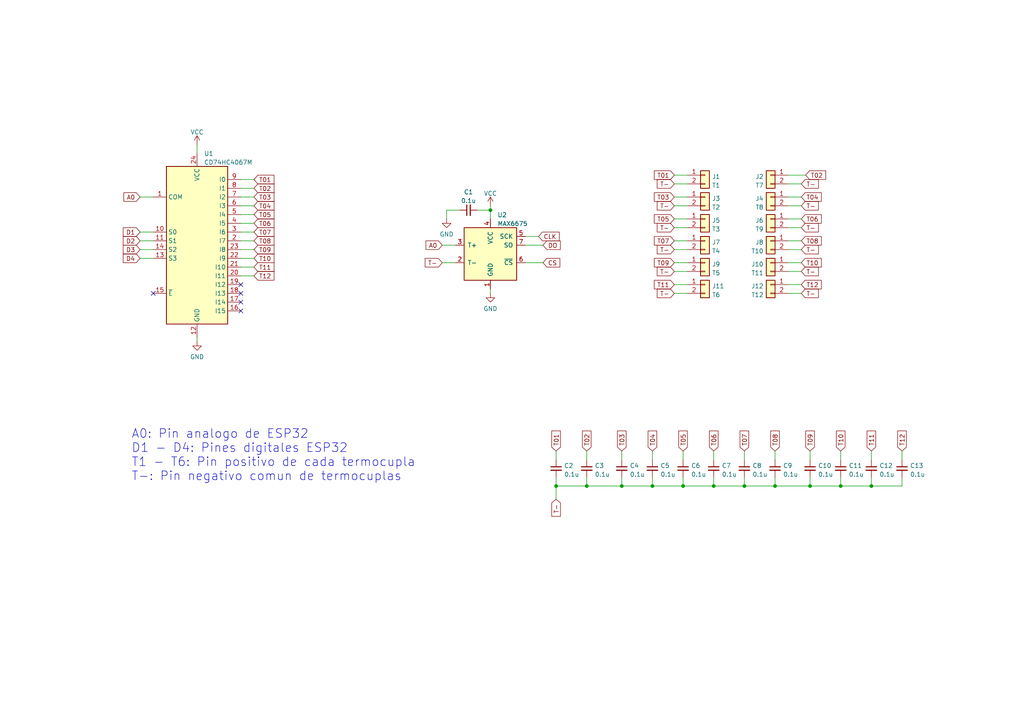
<source format=kicad_sch>
(kicad_sch (version 20211123) (generator eeschema)
  (paper "A4")
  (lib_symbols
    (symbol "74xx:CD74HC4067M"
      (property "Reference" "U" (at -8.89 22.86 0))
      (property "Value" "CD74HC4067M" (at 1.27 22.86 0))
      (symbol "CD74HC4067M_0_1"
        (rectangle (start -8.89 21.59) (end 8.89 -24.13) (stroke (width 0.254)) (fill (type background)))
      )
      (symbol "CD74HC4067M_1_1"
        (pin passive line (at -12.7 12.7 0) (length 3.81) (name "COM") (number "1"))
        (pin input line (at -12.7 2.54 0) (length 3.81) (name "S0") (number "10"))
        (pin input line (at -12.7 0 0) (length 3.81) (name "S1") (number "11"))
        (pin power_in line (at 0 -27.94 90) (length 3.81) (name "GND") (number "12"))
        (pin input line (at -12.7 -5.08 0) (length 3.81) (name "S3") (number "13"))
        (pin input line (at -12.7 -2.54 0) (length 3.81) (name "S2") (number "14"))
        (pin input line (at -12.7 -15.24 0) (length 3.81) (name "~{E}") (number "15"))
        (pin passive line (at 12.7 -20.32 180) (length 3.81) (name "I15") (number "16"))
        (pin passive line (at 12.7 -17.78 180) (length 3.81) (name "I14") (number "17"))
        (pin passive line (at 12.7 -15.24 180) (length 3.81) (name "I13") (number "18"))
        (pin passive line (at 12.7 -12.7 180) (length 3.81) (name "I12") (number "19"))
        (pin passive line (at 12.7 0 180) (length 3.81) (name "I7") (number "2"))
        (pin passive line (at 12.7 -10.16 180) (length 3.81) (name "I11") (number "20"))
        (pin passive line (at 12.7 -7.62 180) (length 3.81) (name "I10") (number "21"))
        (pin passive line (at 12.7 -5.08 180) (length 3.81) (name "I9") (number "22"))
        (pin passive line (at 12.7 -2.54 180) (length 3.81) (name "I8") (number "23"))
        (pin power_in line (at 0 25.4 270) (length 3.81) (name "VCC") (number "24"))
        (pin passive line (at 12.7 2.54 180) (length 3.81) (name "I6") (number "3"))
        (pin passive line (at 12.7 5.08 180) (length 3.81) (name "I5") (number "4"))
        (pin passive line (at 12.7 7.62 180) (length 3.81) (name "I4") (number "5"))
        (pin passive line (at 12.7 10.16 180) (length 3.81) (name "I3") (number "6"))
        (pin passive line (at 12.7 12.7 180) (length 3.81) (name "I2") (number "7"))
        (pin passive line (at 12.7 15.24 180) (length 3.81) (name "I1") (number "8"))
        (pin passive line (at 12.7 17.78 180) (length 3.81) (name "I0") (number "9"))
      )
    )
    (symbol "Connector_Generic:Conn_01x02" (pin_names (offset 1.016) hide)
      (property "Reference" "J" (at 0 2.54 0))
      (property "Value" "Conn_01x02" (at 0 -5.08 0))
      (symbol "Conn_01x02_1_1"
        (rectangle (start -1.27 -2.413) (end 0 -2.667) (stroke (width 0.1524)))
        (rectangle (start -1.27 0.127) (end 0 -0.127) (stroke (width 0.1524)))
        (rectangle (start -1.27 1.27) (end 1.27 -3.81) (stroke (width 0.254)) (fill (type background)))
        (pin passive line (at -5.08 0 0) (length 3.81) (name "Pin_1") (number "1"))
        (pin passive line (at -5.08 -2.54 0) (length 3.81) (name "Pin_2") (number "2"))
      )
    )
    (symbol "Device:C_Small" (pin_numbers hide) (pin_names (offset 0.254) hide)
      (property "Reference" "C" (at 0.254 1.778 0))
      (property "Value" "C_Small" (at 0.254 -2.032 0))
      (symbol "C_Small_0_1"
        (polyline (pts (xy -1.524 -0.508) (xy 1.524 -0.508)) (stroke (width 0.3302)))
        (polyline (pts (xy -1.524 0.508) (xy 1.524 0.508)) (stroke (width 0.3048)))
      )
      (symbol "C_Small_1_1"
        (pin passive line (at 0 2.54 270) (length 2.032) (name "~") (number "1"))
        (pin passive line (at 0 -2.54 90) (length 2.032) (name "~") (number "2"))
      )
    )
    (symbol "Termocupla:MAX6675" (pin_names (offset 1.016))
      (property "Reference" "U" (at -7.62 8.89 0))
      (property "Value" "MAX6675" (at 1.27 8.89 0))
      (symbol "MAX6675_0_1"
        (rectangle (start -7.62 7.62) (end 7.62 -7.62) (stroke (width 0.254)) (fill (type background)))
      )
      (symbol "MAX6675_1_1"
        (pin power_in line (at 0 -10.16 90) (length 2.54) (name "GND") (number "1"))
        (pin passive line (at -10.16 -2.54 0) (length 2.54) (name "T-") (number "2"))
        (pin passive line (at -10.16 2.54 0) (length 2.54) (name "T+") (number "3"))
        (pin power_in line (at 0 10.16 270) (length 2.54) (name "VCC") (number "4"))
        (pin input line (at 10.16 5.08 180) (length 2.54) (name "SCK") (number "5"))
        (pin input line (at 10.16 -2.54 180) (length 2.54) (name "~{CS}") (number "6"))
        (pin tri_state line (at 10.16 2.54 180) (length 2.54) (name "SO") (number "7"))
      )
    )
    (symbol "power:GND" (power) (pin_names (offset 0))
      (property "Value" "GND" (at 0 -3.81 0))
      (symbol "GND_0_1"
        (polyline (pts (xy 0 0) (xy 0 -1.27) (xy 1.27 -1.27) (xy 0 -2.54) (xy -1.27 -1.27) (xy 0 -1.27)))
      )
      (symbol "GND_1_1"
        (pin power_in line (at 0 0 270) (length 0) hide (name "GND") (number "1"))
      )
    )
    (symbol "power:VCC" (power) (pin_names (offset 0))
      (property "Value" "VCC" (at 0 3.81 0))
      (symbol "VCC_0_1"
        (polyline (pts (xy -0.762 1.27) (xy 0 2.54)))
        (polyline (pts (xy 0 0) (xy 0 2.54)))
        (polyline (pts (xy 0 2.54) (xy 0.762 1.27)))
      )
      (symbol "VCC_1_1"
        (pin power_in line (at 0 0 90) (length 0) hide (name "VCC") (number "1"))
      )
    )
  )
  (junction (at 161.29 140.97))
  (junction (at 180.34 140.97))
  (junction (at 189.23 140.97))
  (junction (at 207.01 140.97))
  (junction (at 198.12 140.97))
  (junction (at 234.95 140.97))
  (junction (at 170.18 140.97))
  (junction (at 243.84 140.97))
  (junction (at 215.9 140.97))
  (junction (at 252.73 140.97))
  (junction (at 224.79 140.97))
  (junction (at 142.24 60.96))
  (no_connect (at 44.45 85.09))
  (no_connect (at 69.85 82.55))
  (no_connect (at 69.85 85.09))
  (no_connect (at 69.85 87.63))
  (no_connect (at 69.85 90.17))
  (wire (pts (xy 215.9 138.43) (xy 215.9 140.97)))
  (wire (pts (xy 142.24 59.69) (xy 142.24 60.96)))
  (wire (pts (xy 252.73 130.81) (xy 252.73 133.35)))
  (wire (pts (xy 69.85 59.69) (xy 73.66 59.69)))
  (wire (pts (xy 232.41 57.15) (xy 228.6 57.15)))
  (wire (pts (xy 243.84 138.43) (xy 243.84 140.97)))
  (wire (pts (xy 69.85 62.23) (xy 73.66 62.23)))
  (wire (pts (xy 215.9 140.97) (xy 224.79 140.97)))
  (wire (pts (xy 195.58 85.09) (xy 199.39 85.09)))
  (wire (pts (xy 138.43 60.96) (xy 142.24 60.96)))
  (wire (pts (xy 261.62 140.97) (xy 261.62 138.43)))
  (wire (pts (xy 195.58 82.55) (xy 199.39 82.55)))
  (wire (pts (xy 232.41 78.74) (xy 228.6 78.74)))
  (wire (pts (xy 180.34 138.43) (xy 180.34 140.97)))
  (wire (pts (xy 161.29 138.43) (xy 161.29 140.97)))
  (wire (pts (xy 69.85 67.31) (xy 73.66 67.31)))
  (wire (pts (xy 40.64 67.31) (xy 44.45 67.31)))
  (wire (pts (xy 69.85 54.61) (xy 73.66 54.61)))
  (wire (pts (xy 57.15 97.79) (xy 57.15 99.06)))
  (wire (pts (xy 40.64 69.85) (xy 44.45 69.85)))
  (wire (pts (xy 133.35 60.96) (xy 129.54 60.96)))
  (wire (pts (xy 195.58 72.39) (xy 199.39 72.39)))
  (wire (pts (xy 170.18 130.81) (xy 170.18 133.35)))
  (wire (pts (xy 195.58 66.04) (xy 199.39 66.04)))
  (wire (pts (xy 142.24 83.82) (xy 142.24 85.09)))
  (wire (pts (xy 69.85 52.07) (xy 73.66 52.07)))
  (wire (pts (xy 161.29 140.97) (xy 170.18 140.97)))
  (wire (pts (xy 189.23 140.97) (xy 198.12 140.97)))
  (wire (pts (xy 152.4 68.58) (xy 156.21 68.58)))
  (wire (pts (xy 161.29 140.97) (xy 161.29 144.78)))
  (wire (pts (xy 232.41 66.04) (xy 228.6 66.04)))
  (wire (pts (xy 234.95 140.97) (xy 243.84 140.97)))
  (wire (pts (xy 195.58 57.15) (xy 199.39 57.15)))
  (wire (pts (xy 207.01 130.81) (xy 207.01 133.35)))
  (wire (pts (xy 243.84 140.97) (xy 252.73 140.97)))
  (wire (pts (xy 69.85 72.39) (xy 73.66 72.39)))
  (wire (pts (xy 69.85 57.15) (xy 73.66 57.15)))
  (wire (pts (xy 232.41 72.39) (xy 228.6 72.39)))
  (wire (pts (xy 195.58 78.74) (xy 199.39 78.74)))
  (wire (pts (xy 261.62 130.81) (xy 261.62 133.35)))
  (wire (pts (xy 232.41 53.34) (xy 228.6 53.34)))
  (wire (pts (xy 234.95 130.81) (xy 234.95 133.35)))
  (wire (pts (xy 224.79 130.81) (xy 224.79 133.35)))
  (wire (pts (xy 207.01 140.97) (xy 207.01 138.43)))
  (wire (pts (xy 189.23 130.81) (xy 189.23 133.35)))
  (wire (pts (xy 129.54 60.96) (xy 129.54 63.5)))
  (wire (pts (xy 57.15 41.91) (xy 57.15 44.45)))
  (wire (pts (xy 152.4 76.2) (xy 157.48 76.2)))
  (wire (pts (xy 198.12 138.43) (xy 198.12 140.97)))
  (wire (pts (xy 152.4 71.12) (xy 157.48 71.12)))
  (wire (pts (xy 180.34 130.81) (xy 180.34 133.35)))
  (wire (pts (xy 69.85 77.47) (xy 73.66 77.47)))
  (wire (pts (xy 224.79 138.43) (xy 224.79 140.97)))
  (wire (pts (xy 40.64 72.39) (xy 44.45 72.39)))
  (wire (pts (xy 195.58 59.69) (xy 199.39 59.69)))
  (wire (pts (xy 128.27 76.2) (xy 132.08 76.2)))
  (wire (pts (xy 195.58 50.8) (xy 199.39 50.8)))
  (wire (pts (xy 232.41 69.85) (xy 228.6 69.85)))
  (wire (pts (xy 232.41 82.55) (xy 228.6 82.55)))
  (wire (pts (xy 170.18 138.43) (xy 170.18 140.97)))
  (wire (pts (xy 142.24 60.96) (xy 142.24 63.5)))
  (wire (pts (xy 232.41 76.2) (xy 228.6 76.2)))
  (wire (pts (xy 232.41 63.5) (xy 228.6 63.5)))
  (wire (pts (xy 195.58 63.5) (xy 199.39 63.5)))
  (wire (pts (xy 224.79 140.97) (xy 234.95 140.97)))
  (wire (pts (xy 198.12 140.97) (xy 207.01 140.97)))
  (wire (pts (xy 40.64 57.15) (xy 44.45 57.15)))
  (wire (pts (xy 195.58 76.2) (xy 199.39 76.2)))
  (wire (pts (xy 232.41 85.09) (xy 228.6 85.09)))
  (wire (pts (xy 69.85 64.77) (xy 73.66 64.77)))
  (wire (pts (xy 40.64 74.93) (xy 44.45 74.93)))
  (wire (pts (xy 215.9 130.81) (xy 215.9 133.35)))
  (wire (pts (xy 128.27 71.12) (xy 132.08 71.12)))
  (wire (pts (xy 69.85 80.01) (xy 73.66 80.01)))
  (wire (pts (xy 252.73 138.43) (xy 252.73 140.97)))
  (wire (pts (xy 180.34 140.97) (xy 189.23 140.97)))
  (wire (pts (xy 233.68 50.8) (xy 228.6 50.8)))
  (wire (pts (xy 69.85 74.93) (xy 73.66 74.93)))
  (wire (pts (xy 207.01 140.97) (xy 215.9 140.97)))
  (wire (pts (xy 170.18 140.97) (xy 180.34 140.97)))
  (wire (pts (xy 189.23 138.43) (xy 189.23 140.97)))
  (wire (pts (xy 195.58 53.34) (xy 199.39 53.34)))
  (wire (pts (xy 234.95 138.43) (xy 234.95 140.97)))
  (wire (pts (xy 232.41 59.69) (xy 228.6 59.69)))
  (wire (pts (xy 198.12 130.81) (xy 198.12 133.35)))
  (wire (pts (xy 243.84 130.81) (xy 243.84 133.35)))
  (wire (pts (xy 69.85 69.85) (xy 73.66 69.85)))
  (wire (pts (xy 161.29 130.81) (xy 161.29 133.35)))
  (wire (pts (xy 252.73 140.97) (xy 261.62 140.97)))
  (wire (pts (xy 195.58 69.85) (xy 199.39 69.85)))
  (text "A0: Pin analogo de ESP32\nD1 - D4: Pines digitales ESP32\nT1 - T6: Pin positivo de cada termocupla\nT-: Pin negativo comun de termocuplas" (at 38.1 139.7 0) (effects (font (size 2.54 2.54)) (justify left bottom)))
  (global_label "D3" (shape input) (at 40.64 72.39 180) (property "Intersheet References" "${INTERSHEET_REFS}" (effects hide)))
  (global_label "T-" (shape input) (at 232.41 59.69 0) (property "Intersheet References" "${INTERSHEET_REFS}" (effects hide)))
  (global_label "T06" (shape input) (at 73.66 64.77 0) (property "Intersheet References" "${INTERSHEET_REFS}" (effects hide)))
  (global_label "T-" (shape input) (at 195.58 85.09 180) (property "Intersheet References" "${INTERSHEET_REFS}" (effects hide)))
  (global_label "A0" (shape input) (at 40.64 57.15 180) (property "Intersheet References" "${INTERSHEET_REFS}" (effects hide)))
  (global_label "T05" (shape input) (at 198.12 130.81 90) (property "Intersheet References" "${INTERSHEET_REFS}" (effects hide)))
  (global_label "T01" (shape input) (at 161.29 130.81 90) (property "Intersheet References" "${INTERSHEET_REFS}" (effects hide)))
  (global_label "T08" (shape input) (at 73.66 69.85 0) (property "Intersheet References" "${INTERSHEET_REFS}" (effects hide)))
  (global_label "T08" (shape input) (at 224.79 130.81 90) (property "Intersheet References" "${INTERSHEET_REFS}" (effects hide)))
  (global_label "T04" (shape input) (at 73.66 59.69 0) (property "Intersheet References" "${INTERSHEET_REFS}" (effects hide)))
  (global_label "T-" (shape input) (at 195.58 72.39 180) (property "Intersheet References" "${INTERSHEET_REFS}" (effects hide)))
  (global_label "T04" (shape input) (at 232.41 57.15 0) (property "Intersheet References" "${INTERSHEET_REFS}" (effects hide)))
  (global_label "T-" (shape input) (at 232.41 85.09 0) (property "Intersheet References" "${INTERSHEET_REFS}" (effects hide)))
  (global_label "T-" (shape input) (at 232.41 53.34 0) (property "Intersheet References" "${INTERSHEET_REFS}" (effects hide)))
  (global_label "T11" (shape input) (at 73.66 77.47 0) (property "Intersheet References" "${INTERSHEET_REFS}" (effects hide)))
  (global_label "T05" (shape input) (at 73.66 62.23 0) (property "Intersheet References" "${INTERSHEET_REFS}" (effects hide)))
  (global_label "T-" (shape input) (at 195.58 66.04 180) (property "Intersheet References" "${INTERSHEET_REFS}" (effects hide)))
  (global_label "T-" (shape input) (at 232.41 72.39 0) (property "Intersheet References" "${INTERSHEET_REFS}" (effects hide)))
  (global_label "A0" (shape input) (at 128.27 71.12 180) (property "Intersheet References" "${INTERSHEET_REFS}" (effects hide)))
  (global_label "T08" (shape input) (at 232.41 69.85 0) (property "Intersheet References" "${INTERSHEET_REFS}" (effects hide)))
  (global_label "D2" (shape input) (at 40.64 69.85 180) (property "Intersheet References" "${INTERSHEET_REFS}" (effects hide)))
  (global_label "CS" (shape input) (at 157.48 76.2 0) (property "Intersheet References" "${INTERSHEET_REFS}" (effects hide)))
  (global_label "T-" (shape input) (at 232.41 66.04 0) (property "Intersheet References" "${INTERSHEET_REFS}" (effects hide)))
  (global_label "D1" (shape input) (at 40.64 67.31 180) (property "Intersheet References" "${INTERSHEET_REFS}" (effects hide)))
  (global_label "T10" (shape input) (at 243.84 130.81 90) (property "Intersheet References" "${INTERSHEET_REFS}" (effects hide)))
  (global_label "T01" (shape input) (at 195.58 50.8 180) (property "Intersheet References" "${INTERSHEET_REFS}" (effects hide)))
  (global_label "T02" (shape input) (at 73.66 54.61 0) (property "Intersheet References" "${INTERSHEET_REFS}" (effects hide)))
  (global_label "T02" (shape input) (at 170.18 130.81 90) (property "Intersheet References" "${INTERSHEET_REFS}" (effects hide)))
  (global_label "T03" (shape input) (at 180.34 130.81 90) (property "Intersheet References" "${INTERSHEET_REFS}" (effects hide)))
  (global_label "T03" (shape input) (at 195.58 57.15 180) (property "Intersheet References" "${INTERSHEET_REFS}" (effects hide)))
  (global_label "T11" (shape input) (at 252.73 130.81 90) (property "Intersheet References" "${INTERSHEET_REFS}" (effects hide)))
  (global_label "T-" (shape input) (at 195.58 78.74 180) (property "Intersheet References" "${INTERSHEET_REFS}" (effects hide)))
  (global_label "T11" (shape input) (at 195.58 82.55 180) (property "Intersheet References" "${INTERSHEET_REFS}" (effects hide)))
  (global_label "T07" (shape input) (at 195.58 69.85 180) (property "Intersheet References" "${INTERSHEET_REFS}" (effects hide)))
  (global_label "T-" (shape input) (at 195.58 59.69 180) (property "Intersheet References" "${INTERSHEET_REFS}" (effects hide)))
  (global_label "T-" (shape input) (at 232.41 78.74 0) (property "Intersheet References" "${INTERSHEET_REFS}" (effects hide)))
  (global_label "T10" (shape input) (at 73.66 74.93 0) (property "Intersheet References" "${INTERSHEET_REFS}" (effects hide)))
  (global_label "T05" (shape input) (at 195.58 63.5 180) (property "Intersheet References" "${INTERSHEET_REFS}" (effects hide)))
  (global_label "D4" (shape input) (at 40.64 74.93 180) (property "Intersheet References" "${INTERSHEET_REFS}" (effects hide)))
  (global_label "T-" (shape input) (at 128.27 76.2 180) (property "Intersheet References" "${INTERSHEET_REFS}" (effects hide)))
  (global_label "T04" (shape input) (at 189.23 130.81 90) (property "Intersheet References" "${INTERSHEET_REFS}" (effects hide)))
  (global_label "T07" (shape input) (at 215.9 130.81 90) (property "Intersheet References" "${INTERSHEET_REFS}" (effects hide)))
  (global_label "T12" (shape input) (at 73.66 80.01 0) (property "Intersheet References" "${INTERSHEET_REFS}" (effects hide)))
  (global_label "T07" (shape input) (at 73.66 67.31 0) (property "Intersheet References" "${INTERSHEET_REFS}" (effects hide)))
  (global_label "T09" (shape input) (at 73.66 72.39 0) (property "Intersheet References" "${INTERSHEET_REFS}" (effects hide)))
  (global_label "T01" (shape input) (at 73.66 52.07 0) (property "Intersheet References" "${INTERSHEET_REFS}" (effects hide)))
  (global_label "T06" (shape input) (at 207.01 130.81 90) (property "Intersheet References" "${INTERSHEET_REFS}" (effects hide)))
  (global_label "T-" (shape input) (at 195.58 53.34 180) (property "Intersheet References" "${INTERSHEET_REFS}" (effects hide)))
  (global_label "T09" (shape input) (at 234.95 130.81 90) (property "Intersheet References" "${INTERSHEET_REFS}" (effects hide)))
  (global_label "T-" (shape input) (at 161.29 144.78 270) (property "Intersheet References" "${INTERSHEET_REFS}" (effects hide)))
  (global_label "T03" (shape input) (at 73.66 57.15 0) (property "Intersheet References" "${INTERSHEET_REFS}" (effects hide)))
  (global_label "T06" (shape input) (at 232.41 63.5 0) (property "Intersheet References" "${INTERSHEET_REFS}" (effects hide)))
  (global_label "T02" (shape input) (at 233.68 50.8 0) (property "Intersheet References" "${INTERSHEET_REFS}" (effects hide)))
  (global_label "T12" (shape input) (at 261.62 130.81 90) (property "Intersheet References" "${INTERSHEET_REFS}" (effects hide)))
  (global_label "T10" (shape input) (at 232.41 76.2 0) (property "Intersheet References" "${INTERSHEET_REFS}" (effects hide)))
  (global_label "DO" (shape input) (at 157.48 71.12 0) (property "Intersheet References" "${INTERSHEET_REFS}" (effects hide)))
  (global_label "T09" (shape input) (at 195.58 76.2 180) (property "Intersheet References" "${INTERSHEET_REFS}" (effects hide)))
  (global_label "T12" (shape input) (at 232.41 82.55 0) (property "Intersheet References" "${INTERSHEET_REFS}" (effects hide)))
  (global_label "CLK" (shape input) (at 156.21 68.58 0) (property "Intersheet References" "${INTERSHEET_REFS}" (effects hide)))
  (symbol (lib_id "power:GND") (at 129.54 63.5 0)
    (property "Reference" "#PWR03" (effects hide))
    (property "Value" "GND" (at 129.54 67.9434 0))
  )
  (symbol (lib_id "Termocupla:MAX6675") (at 142.24 73.66 0)
    (property "Reference" "U2" (at 144.2594 62.3402 0) (effects (justify left)))
    (property "Value" "MAX6675" (at 144.2594 64.8771 0) (effects (justify left)))
    (property "Footprint" "Package_SO:SOIC-8_3.9x4.9mm_P1.27mm" (effects hide))
    (property "Datasheet" "https://datasheets.maximintegrated.com/en/ds/MAX6675.pdf" (effects hide))
  )
  (symbol (lib_id "Connector_Generic:Conn_01x02") (at 223.52 63.5 0) (mirror y) (unit 1)
    (property "Reference" "J6" (at 221.4881 63.9353 0) (effects (justify left)))
    (property "Value" "T9" (at 221.4881 66.4722 0) (effects (justify left)))
  )
  (symbol (lib_id "Connector_Generic:Conn_01x02") (at 204.47 63.5 0)
    (property "Reference" "J5" (at 206.502 63.9353 0) (effects (justify left)))
    (property "Value" "T3" (at 206.502 66.4722 0) (effects (justify left)))
  )
  (symbol (lib_id "power:GND") (at 57.15 99.06 0)
    (property "Reference" "#PWR05" (effects hide))
    (property "Value" "GND" (at 57.15 103.5034 0))
  )
  (symbol (lib_id "Connector_Generic:Conn_01x02") (at 204.47 76.2 0)
    (property "Reference" "J9" (at 206.502 76.6353 0) (effects (justify left)))
    (property "Value" "T5" (at 206.502 79.1722 0) (effects (justify left)))
  )
  (symbol (lib_id "Device:C_Small") (at 207.01 135.89 0)
    (property "Reference" "C7" (at 209.3341 135.0616 0) (effects (justify left)))
    (property "Value" "0.1u" (at 209.3341 137.5985 0) (effects (justify left)))
  )
  (symbol (lib_id "Device:C_Small") (at 261.62 135.89 0) (unit 1)
    (property "Reference" "C13" (at 263.9441 135.0616 0) (effects (justify left)))
    (property "Value" "0.1u" (at 263.9441 137.5985 0) (effects (justify left)))
  )
  (symbol (lib_id "Connector_Generic:Conn_01x02") (at 204.47 50.8 0)
    (property "Reference" "J1" (at 206.502 51.2353 0) (effects (justify left)))
    (property "Value" "T1" (at 206.502 53.7722 0) (effects (justify left)))
  )
  (symbol (lib_id "Device:C_Small") (at 161.29 135.89 0)
    (property "Reference" "C2" (at 163.6141 135.0616 0) (effects (justify left)))
    (property "Value" "0.1u" (at 163.6141 137.5985 0) (effects (justify left)))
  )
  (symbol (lib_id "Device:C_Small") (at 135.89 60.96 90)
    (property "Reference" "C1" (at 135.8963 55.6981 90))
    (property "Value" "0.1u" (at 135.8963 58.235 90))
  )
  (symbol (lib_id "Device:C_Small") (at 215.9 135.89 0) (unit 1)
    (property "Reference" "C8" (at 218.2241 135.0616 0) (effects (justify left)))
    (property "Value" "0.1u" (at 218.2241 137.5985 0) (effects (justify left)))
  )
  (symbol (lib_id "Connector_Generic:Conn_01x02") (at 223.52 69.85 0) (mirror y) (unit 1)
    (property "Reference" "J8" (at 221.4881 70.2853 0) (effects (justify left)))
    (property "Value" "T10" (at 221.4881 72.8222 0) (effects (justify left)))
  )
  (symbol (lib_id "Device:C_Small") (at 170.18 135.89 0)
    (property "Reference" "C3" (at 172.5041 135.0616 0) (effects (justify left)))
    (property "Value" "0.1u" (at 172.5041 137.5985 0) (effects (justify left)))
  )
  (symbol (lib_id "power:VCC") (at 57.15 41.91 0)
    (property "Reference" "#PWR01" (effects hide))
    (property "Value" "VCC" (at 57.15 38.3342 0))
  )
  (symbol (lib_id "Device:C_Small") (at 189.23 135.89 0)
    (property "Reference" "C5" (at 191.5541 135.0616 0) (effects (justify left)))
    (property "Value" "0.1u" (at 191.5541 137.5985 0) (effects (justify left)))
  )
  (symbol (lib_id "Connector_Generic:Conn_01x02") (at 223.52 76.2 0) (mirror y) (unit 1)
    (property "Reference" "J10" (at 221.4881 76.6353 0) (effects (justify left)))
    (property "Value" "T11" (at 221.4881 79.1722 0) (effects (justify left)))
  )
  (symbol (lib_id "Device:C_Small") (at 224.79 135.89 0) (unit 1)
    (property "Reference" "C9" (at 227.1141 135.0616 0) (effects (justify left)))
    (property "Value" "0.1u" (at 227.1141 137.5985 0) (effects (justify left)))
  )
  (symbol (lib_id "Device:C_Small") (at 198.12 135.89 0)
    (property "Reference" "C6" (at 200.4441 135.0616 0) (effects (justify left)))
    (property "Value" "0.1u" (at 200.4441 137.5985 0) (effects (justify left)))
  )
  (symbol (lib_id "Connector_Generic:Conn_01x02") (at 204.47 69.85 0)
    (property "Reference" "J7" (at 206.502 70.2853 0) (effects (justify left)))
    (property "Value" "T4" (at 206.502 72.8222 0) (effects (justify left)))
  )
  (symbol (lib_id "Connector_Generic:Conn_01x02") (at 223.52 57.15 0) (mirror y) (unit 1)
    (property "Reference" "J4" (at 221.4881 57.5853 0) (effects (justify left)))
    (property "Value" "T8" (at 221.4881 60.1222 0) (effects (justify left)))
  )
  (symbol (lib_id "Device:C_Small") (at 180.34 135.89 0)
    (property "Reference" "C4" (at 182.6641 135.0616 0) (effects (justify left)))
    (property "Value" "0.1u" (at 182.6641 137.5985 0) (effects (justify left)))
  )
  (symbol (lib_id "Connector_Generic:Conn_01x02") (at 204.47 57.15 0)
    (property "Reference" "J3" (at 206.502 57.5853 0) (effects (justify left)))
    (property "Value" "T2" (at 206.502 60.1222 0) (effects (justify left)))
  )
  (symbol (lib_id "power:GND") (at 142.24 85.09 0)
    (property "Reference" "#PWR04" (effects hide))
    (property "Value" "GND" (at 142.24 89.5334 0))
  )
  (symbol (lib_id "Connector_Generic:Conn_01x02") (at 204.47 82.55 0)
    (property "Reference" "J11" (at 206.502 82.9853 0) (effects (justify left)))
    (property "Value" "T6" (at 206.502 85.5222 0) (effects (justify left)))
  )
  (symbol (lib_id "Device:C_Small") (at 234.95 135.89 0) (unit 1)
    (property "Reference" "C10" (at 237.2741 135.0616 0) (effects (justify left)))
    (property "Value" "0.1u" (at 237.2741 137.5985 0) (effects (justify left)))
  )
  (symbol (lib_id "Connector_Generic:Conn_01x02") (at 223.52 82.55 0) (mirror y) (unit 1)
    (property "Reference" "J12" (at 221.4881 82.9853 0) (effects (justify left)))
    (property "Value" "T12" (at 221.4881 85.5222 0) (effects (justify left)))
  )
  (symbol (lib_id "Device:C_Small") (at 252.73 135.89 0) (unit 1)
    (property "Reference" "C12" (at 255.0541 135.0616 0) (effects (justify left)))
    (property "Value" "0.1u" (at 255.0541 137.5985 0) (effects (justify left)))
  )
  (symbol (lib_id "power:VCC") (at 142.24 59.69 0)
    (property "Reference" "#PWR02" (effects hide))
    (property "Value" "VCC" (at 142.24 56.1142 0))
  )
  (symbol (lib_id "74xx:CD74HC4067M") (at 57.15 69.85 0)
    (property "Reference" "U1" (at 59.1694 44.5602 0) (effects (justify left)))
    (property "Value" "CD74HC4067M" (at 59.1694 47.0971 0) (effects (justify left)))
    (property "Footprint" "Package_SO:SOIC-24W_7.5x15.4mm_P1.27mm" (effects hide))
    (property "Datasheet" "http://www.ti.com/lit/ds/symlink/cd74hc4067.pdf" (effects hide))
  )
  (symbol (lib_id "Device:C_Small") (at 243.84 135.89 0) (unit 1)
    (property "Reference" "C11" (at 246.1641 135.0616 0) (effects (justify left)))
    (property "Value" "0.1u" (at 246.1641 137.5985 0) (effects (justify left)))
  )
  (symbol (lib_id "Connector_Generic:Conn_01x02") (at 223.52 50.8 0) (mirror y) (unit 1)
    (property "Reference" "J2" (at 221.4881 51.2353 0) (effects (justify left)))
    (property "Value" "T7" (at 221.4881 53.7722 0) (effects (justify left)))
  )
)
</source>
